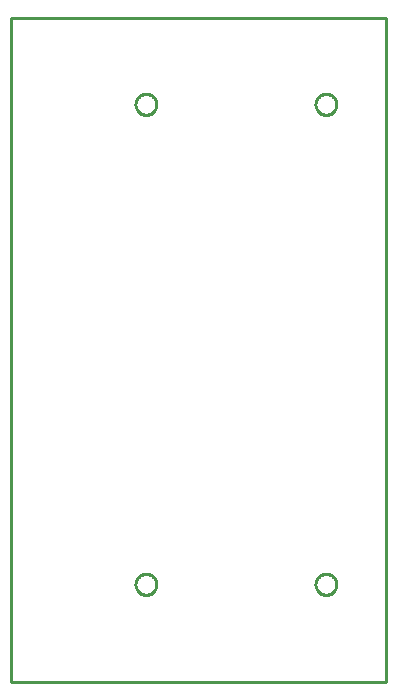
<source format=gbr>
G04 EAGLE Gerber RS-274X export*
G75*
%MOMM*%
%FSLAX34Y34*%
%LPD*%
%IN*%
%IPPOS*%
%AMOC8*
5,1,8,0,0,1.08239X$1,22.5*%
G01*
%ADD10C,0.254000*%


D10*
X0Y0D02*
X317300Y0D01*
X317300Y561850D01*
X0Y561850D01*
X0Y0D01*
X113912Y480060D02*
X113139Y480128D01*
X112374Y480262D01*
X111624Y480463D01*
X110895Y480729D01*
X110191Y481057D01*
X109519Y481445D01*
X108883Y481890D01*
X108288Y482389D01*
X107739Y482938D01*
X107240Y483533D01*
X106795Y484169D01*
X106407Y484841D01*
X106079Y485545D01*
X105813Y486274D01*
X105612Y487024D01*
X105478Y487789D01*
X105410Y488562D01*
X105410Y489338D01*
X105478Y490111D01*
X105612Y490876D01*
X105813Y491626D01*
X106079Y492355D01*
X106407Y493059D01*
X106795Y493731D01*
X107240Y494367D01*
X107739Y494962D01*
X108288Y495511D01*
X108883Y496010D01*
X109519Y496455D01*
X110191Y496843D01*
X110895Y497171D01*
X111624Y497437D01*
X112374Y497638D01*
X113139Y497772D01*
X113912Y497840D01*
X114688Y497840D01*
X115461Y497772D01*
X116226Y497638D01*
X116976Y497437D01*
X117705Y497171D01*
X118409Y496843D01*
X119081Y496455D01*
X119717Y496010D01*
X120312Y495511D01*
X120861Y494962D01*
X121360Y494367D01*
X121805Y493731D01*
X122193Y493059D01*
X122521Y492355D01*
X122787Y491626D01*
X122988Y490876D01*
X123122Y490111D01*
X123190Y489338D01*
X123190Y488562D01*
X123122Y487789D01*
X122988Y487024D01*
X122787Y486274D01*
X122521Y485545D01*
X122193Y484841D01*
X121805Y484169D01*
X121360Y483533D01*
X120861Y482938D01*
X120312Y482389D01*
X119717Y481890D01*
X119081Y481445D01*
X118409Y481057D01*
X117705Y480729D01*
X116976Y480463D01*
X116226Y480262D01*
X115461Y480128D01*
X114688Y480060D01*
X113912Y480060D01*
X266312Y480060D02*
X265539Y480128D01*
X264774Y480262D01*
X264024Y480463D01*
X263295Y480729D01*
X262591Y481057D01*
X261919Y481445D01*
X261283Y481890D01*
X260688Y482389D01*
X260139Y482938D01*
X259640Y483533D01*
X259195Y484169D01*
X258807Y484841D01*
X258479Y485545D01*
X258213Y486274D01*
X258012Y487024D01*
X257878Y487789D01*
X257810Y488562D01*
X257810Y489338D01*
X257878Y490111D01*
X258012Y490876D01*
X258213Y491626D01*
X258479Y492355D01*
X258807Y493059D01*
X259195Y493731D01*
X259640Y494367D01*
X260139Y494962D01*
X260688Y495511D01*
X261283Y496010D01*
X261919Y496455D01*
X262591Y496843D01*
X263295Y497171D01*
X264024Y497437D01*
X264774Y497638D01*
X265539Y497772D01*
X266312Y497840D01*
X267088Y497840D01*
X267861Y497772D01*
X268626Y497638D01*
X269376Y497437D01*
X270105Y497171D01*
X270809Y496843D01*
X271481Y496455D01*
X272117Y496010D01*
X272712Y495511D01*
X273261Y494962D01*
X273760Y494367D01*
X274205Y493731D01*
X274593Y493059D01*
X274921Y492355D01*
X275187Y491626D01*
X275388Y490876D01*
X275522Y490111D01*
X275590Y489338D01*
X275590Y488562D01*
X275522Y487789D01*
X275388Y487024D01*
X275187Y486274D01*
X274921Y485545D01*
X274593Y484841D01*
X274205Y484169D01*
X273760Y483533D01*
X273261Y482938D01*
X272712Y482389D01*
X272117Y481890D01*
X271481Y481445D01*
X270809Y481057D01*
X270105Y480729D01*
X269376Y480463D01*
X268626Y480262D01*
X267861Y480128D01*
X267088Y480060D01*
X266312Y480060D01*
X266312Y73660D02*
X265539Y73728D01*
X264774Y73862D01*
X264024Y74063D01*
X263295Y74329D01*
X262591Y74657D01*
X261919Y75045D01*
X261283Y75490D01*
X260688Y75989D01*
X260139Y76538D01*
X259640Y77133D01*
X259195Y77769D01*
X258807Y78441D01*
X258479Y79145D01*
X258213Y79874D01*
X258012Y80624D01*
X257878Y81389D01*
X257810Y82162D01*
X257810Y82938D01*
X257878Y83711D01*
X258012Y84476D01*
X258213Y85226D01*
X258479Y85955D01*
X258807Y86659D01*
X259195Y87331D01*
X259640Y87967D01*
X260139Y88562D01*
X260688Y89111D01*
X261283Y89610D01*
X261919Y90055D01*
X262591Y90443D01*
X263295Y90771D01*
X264024Y91037D01*
X264774Y91238D01*
X265539Y91372D01*
X266312Y91440D01*
X267088Y91440D01*
X267861Y91372D01*
X268626Y91238D01*
X269376Y91037D01*
X270105Y90771D01*
X270809Y90443D01*
X271481Y90055D01*
X272117Y89610D01*
X272712Y89111D01*
X273261Y88562D01*
X273760Y87967D01*
X274205Y87331D01*
X274593Y86659D01*
X274921Y85955D01*
X275187Y85226D01*
X275388Y84476D01*
X275522Y83711D01*
X275590Y82938D01*
X275590Y82162D01*
X275522Y81389D01*
X275388Y80624D01*
X275187Y79874D01*
X274921Y79145D01*
X274593Y78441D01*
X274205Y77769D01*
X273760Y77133D01*
X273261Y76538D01*
X272712Y75989D01*
X272117Y75490D01*
X271481Y75045D01*
X270809Y74657D01*
X270105Y74329D01*
X269376Y74063D01*
X268626Y73862D01*
X267861Y73728D01*
X267088Y73660D01*
X266312Y73660D01*
X113912Y73660D02*
X113139Y73728D01*
X112374Y73862D01*
X111624Y74063D01*
X110895Y74329D01*
X110191Y74657D01*
X109519Y75045D01*
X108883Y75490D01*
X108288Y75989D01*
X107739Y76538D01*
X107240Y77133D01*
X106795Y77769D01*
X106407Y78441D01*
X106079Y79145D01*
X105813Y79874D01*
X105612Y80624D01*
X105478Y81389D01*
X105410Y82162D01*
X105410Y82938D01*
X105478Y83711D01*
X105612Y84476D01*
X105813Y85226D01*
X106079Y85955D01*
X106407Y86659D01*
X106795Y87331D01*
X107240Y87967D01*
X107739Y88562D01*
X108288Y89111D01*
X108883Y89610D01*
X109519Y90055D01*
X110191Y90443D01*
X110895Y90771D01*
X111624Y91037D01*
X112374Y91238D01*
X113139Y91372D01*
X113912Y91440D01*
X114688Y91440D01*
X115461Y91372D01*
X116226Y91238D01*
X116976Y91037D01*
X117705Y90771D01*
X118409Y90443D01*
X119081Y90055D01*
X119717Y89610D01*
X120312Y89111D01*
X120861Y88562D01*
X121360Y87967D01*
X121805Y87331D01*
X122193Y86659D01*
X122521Y85955D01*
X122787Y85226D01*
X122988Y84476D01*
X123122Y83711D01*
X123190Y82938D01*
X123190Y82162D01*
X123122Y81389D01*
X122988Y80624D01*
X122787Y79874D01*
X122521Y79145D01*
X122193Y78441D01*
X121805Y77769D01*
X121360Y77133D01*
X120861Y76538D01*
X120312Y75989D01*
X119717Y75490D01*
X119081Y75045D01*
X118409Y74657D01*
X117705Y74329D01*
X116976Y74063D01*
X116226Y73862D01*
X115461Y73728D01*
X114688Y73660D01*
X113912Y73660D01*
M02*

</source>
